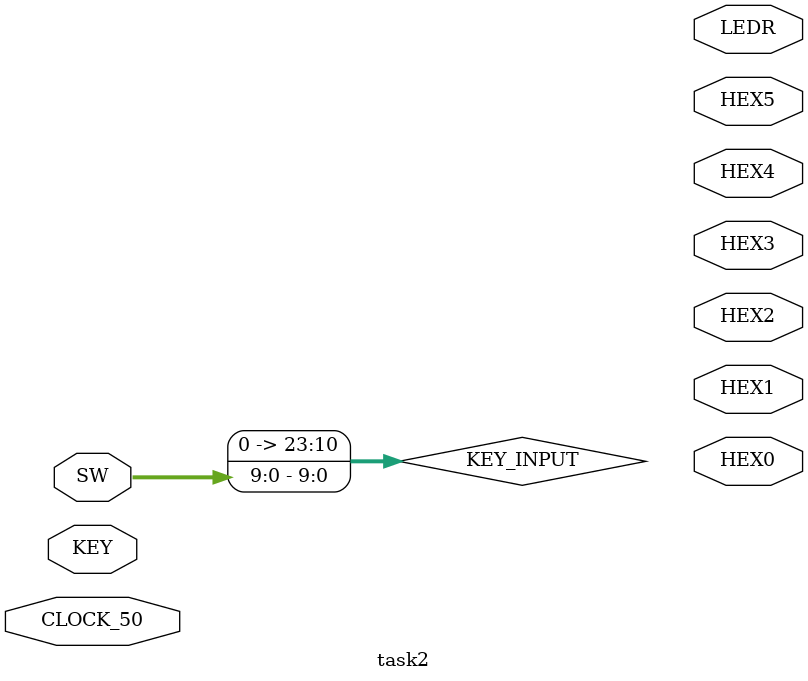
<source format=sv>
module task2(input logic CLOCK_50, input logic [3:0] KEY, input logic [9:0] SW,
             output logic [6:0] HEX0, output logic [6:0] HEX1, output logic [6:0] HEX2,
             output logic [6:0] HEX3, output logic [6:0] HEX4, output logic [6:0] HEX5,
             output logic [9:0] LEDR);

   // s_mem s( /* connect ports */ );

    // your code here

	 
	 logic RDY1;
	 logic RDY2;
	 logic [7:0] ADDRESS;
	 logic [7:0] DATA;
	 logic [7:0] DATA1;
	 logic [7:0] DATA2;
	 logic[7:0] WREN;
	 logic [7:0] Q;
	 logic [7:0] ADDRESS1;
	 logic [7:0] ADDRESS2;
	 logic en2;
	 logic en1;
	 logic en;
	 logic[7:0] WREN1;
	 logic[7:0] WREN2;
	 logic [23:0] KEY_INPUT;


	assign KEY_INPUT[23:10] = 0;
	assign KEY_INPUT[9:0] = SW;

always_comb begin

	if (RDY1 == 1) en1 = 1;
	else en1 = 0;

end


always_comb begin

	if (RDY2 == 1) begin
			if(WREN1 ==0) en2 = 1;
			else en2 = 0;
			end
	else en2 = 0;
end


always_comb begin

	if (WREN1 == 1) WREN = WREN1;
	else WREN = WREN2;
	end

always_comb begin

	if (WREN1 == 1) ADDRESS = ADDRESS1;
	else ADDRESS = ADDRESS2;
	end

always_comb begin

	if (WREN1 == 1) DATA = DATA1;
	else DATA = DATA2;
	end

	//assign SECRET_KEY = 'h00033C;
	  
   s_mem s( .address(ADDRESS), .clock(CLOCK_50), .data(DATA), .wren(WREN), .q(Q));
						
	init s_init(.clk(CLOCK_50), .rst_n(KEY[3]), .en(en1), .rdy(RDY1),
					.addr(ADDRESS1), .wrdata(DATA1), .wren(WREN1));
					

	
	ksa s_ksa(.clk(CLOCK_50), .rst_n(KEY[3]), .rdy(RDY2), .en(en2), .key(KEY_INPUT), 
				.addr(ADDRESS2), .rddata(Q), .wrdata(DATA2), .wren(WREN2));
					
	

    // your code here
endmodule: task2

</source>
